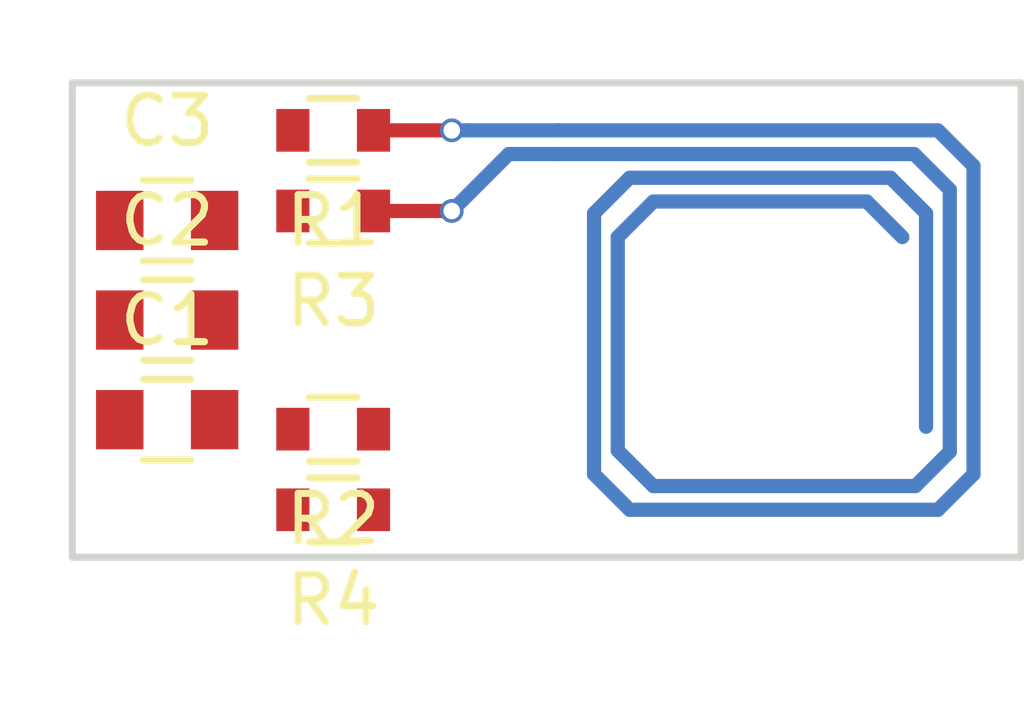
<source format=kicad_pcb>
(kicad_pcb (version 4) (host pcbnew 4.0.5-e0-6337~49~ubuntu16.04.1)

  (general
    (links 10)
    (no_connects 1)
    (area 0 0 0 0)
    (thickness 1.6)
    (drawings 6)
    (tracks 31)
    (zones 0)
    (modules 7)
    (nets 5)
  )

  (page A4)
  (layers
    (0 F.Cu signal)
    (31 B.Cu signal)
    (32 B.Adhes user)
    (33 F.Adhes user)
    (34 B.Paste user)
    (35 F.Paste user)
    (36 B.SilkS user)
    (37 F.SilkS user)
    (38 B.Mask user)
    (39 F.Mask user)
    (40 Dwgs.User user)
    (41 Cmts.User user)
    (42 Eco1.User user)
    (43 Eco2.User user)
    (44 Edge.Cuts user)
    (45 Margin user)
    (46 B.CrtYd user)
    (47 F.CrtYd user)
    (48 B.Fab user)
    (49 F.Fab user)
  )

  (setup
    (last_trace_width 0.3)
    (user_trace_width 0.3)
    (user_trace_width 0.4)
    (user_trace_width 0.6)
    (user_trace_width 0.8)
    (user_trace_width 1)
    (user_trace_width 1.5)
    (user_trace_width 2)
    (user_trace_width 2.5)
    (trace_clearance 0.2)
    (zone_clearance 0.508)
    (zone_45_only no)
    (trace_min 0.2)
    (segment_width 0.2)
    (edge_width 0.15)
    (via_size 0.6)
    (via_drill 0.4)
    (via_min_size 0.4)
    (via_min_drill 0.3)
    (user_via 0.5 0.35)
    (user_via 0.6 0.4)
    (user_via 0.8 0.6)
    (user_via 1 0.8)
    (uvia_size 0.3)
    (uvia_drill 0.1)
    (uvias_allowed no)
    (uvia_min_size 0.2)
    (uvia_min_drill 0.1)
    (pcb_text_width 0.3)
    (pcb_text_size 1.5 1.5)
    (mod_edge_width 0.15)
    (mod_text_size 1 1)
    (mod_text_width 0.15)
    (pad_size 1.524 1.524)
    (pad_drill 0.762)
    (pad_to_mask_clearance 0.2)
    (aux_axis_origin 0 0)
    (visible_elements FFFFFF7F)
    (pcbplotparams
      (layerselection 0x00030_80000001)
      (usegerberextensions false)
      (excludeedgelayer true)
      (linewidth 0.100000)
      (plotframeref false)
      (viasonmask false)
      (mode 1)
      (useauxorigin false)
      (hpglpennumber 1)
      (hpglpenspeed 20)
      (hpglpendiameter 15)
      (hpglpenoverlay 2)
      (psnegative false)
      (psa4output false)
      (plotreference true)
      (plotvalue true)
      (plotinvisibletext false)
      (padsonsilk false)
      (subtractmaskfromsilk false)
      (outputformat 1)
      (mirror false)
      (drillshape 1)
      (scaleselection 1)
      (outputdirectory ""))
  )

  (net 0 "")
  (net 1 "Net-(C1-Pad1)")
  (net 2 "Net-(C1-Pad2)")
  (net 3 /COIL1)
  (net 4 /COIL2)

  (net_class Default "This is the default net class."
    (clearance 0.2)
    (trace_width 0.25)
    (via_dia 0.6)
    (via_drill 0.4)
    (uvia_dia 0.3)
    (uvia_drill 0.1)
    (add_net /COIL1)
    (add_net /COIL2)
    (add_net "Net-(C1-Pad1)")
    (add_net "Net-(C1-Pad2)")
  )

  (module SquantorRcl:C_0805 (layer F.Cu) (tedit 5415D6EA) (tstamp 5898CBE1)
    (at 144.299236 88.404026)
    (descr "Capacitor SMD 0805, reflow soldering, AVX (see smccp.pdf)")
    (tags "capacitor 0805")
    (path /58973C36)
    (attr smd)
    (fp_text reference C1 (at 0 -2.1) (layer F.SilkS)
      (effects (font (size 1 1) (thickness 0.15)))
    )
    (fp_text value C (at -2.9 -0.2) (layer F.Fab)
      (effects (font (size 1 1) (thickness 0.15)))
    )
    (fp_line (start -1 0.625) (end -1 -0.625) (layer F.Fab) (width 0.15))
    (fp_line (start 1 0.625) (end -1 0.625) (layer F.Fab) (width 0.15))
    (fp_line (start 1 -0.625) (end 1 0.625) (layer F.Fab) (width 0.15))
    (fp_line (start -1 -0.625) (end 1 -0.625) (layer F.Fab) (width 0.15))
    (fp_line (start -1.8 -1) (end 1.8 -1) (layer F.CrtYd) (width 0.05))
    (fp_line (start -1.8 1) (end 1.8 1) (layer F.CrtYd) (width 0.05))
    (fp_line (start -1.8 -1) (end -1.8 1) (layer F.CrtYd) (width 0.05))
    (fp_line (start 1.8 -1) (end 1.8 1) (layer F.CrtYd) (width 0.05))
    (fp_line (start 0.5 -0.85) (end -0.5 -0.85) (layer F.SilkS) (width 0.15))
    (fp_line (start -0.5 0.85) (end 0.5 0.85) (layer F.SilkS) (width 0.15))
    (pad 1 smd rect (at -1 0) (size 1 1.25) (layers F.Cu F.Paste F.Mask)
      (net 1 "Net-(C1-Pad1)"))
    (pad 2 smd rect (at 1 0) (size 1 1.25) (layers F.Cu F.Paste F.Mask)
      (net 2 "Net-(C1-Pad2)"))
    (model Capacitors_SMD.3dshapes/C_0805.wrl
      (at (xyz 0 0 0))
      (scale (xyz 1 1 1))
      (rotate (xyz 0 0 0))
    )
  )

  (module SquantorRcl:C_0805 (layer F.Cu) (tedit 5415D6EA) (tstamp 5898CBF1)
    (at 144.299236 86.304026)
    (descr "Capacitor SMD 0805, reflow soldering, AVX (see smccp.pdf)")
    (tags "capacitor 0805")
    (path /58973E07)
    (attr smd)
    (fp_text reference C2 (at 0 -2.1) (layer F.SilkS)
      (effects (font (size 1 1) (thickness 0.15)))
    )
    (fp_text value C (at 4.4 5.3) (layer F.Fab)
      (effects (font (size 1 1) (thickness 0.15)))
    )
    (fp_line (start -1 0.625) (end -1 -0.625) (layer F.Fab) (width 0.15))
    (fp_line (start 1 0.625) (end -1 0.625) (layer F.Fab) (width 0.15))
    (fp_line (start 1 -0.625) (end 1 0.625) (layer F.Fab) (width 0.15))
    (fp_line (start -1 -0.625) (end 1 -0.625) (layer F.Fab) (width 0.15))
    (fp_line (start -1.8 -1) (end 1.8 -1) (layer F.CrtYd) (width 0.05))
    (fp_line (start -1.8 1) (end 1.8 1) (layer F.CrtYd) (width 0.05))
    (fp_line (start -1.8 -1) (end -1.8 1) (layer F.CrtYd) (width 0.05))
    (fp_line (start 1.8 -1) (end 1.8 1) (layer F.CrtYd) (width 0.05))
    (fp_line (start 0.5 -0.85) (end -0.5 -0.85) (layer F.SilkS) (width 0.15))
    (fp_line (start -0.5 0.85) (end 0.5 0.85) (layer F.SilkS) (width 0.15))
    (pad 1 smd rect (at -1 0) (size 1 1.25) (layers F.Cu F.Paste F.Mask)
      (net 1 "Net-(C1-Pad1)"))
    (pad 2 smd rect (at 1 0) (size 1 1.25) (layers F.Cu F.Paste F.Mask)
      (net 2 "Net-(C1-Pad2)"))
    (model Capacitors_SMD.3dshapes/C_0805.wrl
      (at (xyz 0 0 0))
      (scale (xyz 1 1 1))
      (rotate (xyz 0 0 0))
    )
  )

  (module SquantorRcl:C_0805 (layer F.Cu) (tedit 5415D6EA) (tstamp 5898CC01)
    (at 144.299236 84.204026)
    (descr "Capacitor SMD 0805, reflow soldering, AVX (see smccp.pdf)")
    (tags "capacitor 0805")
    (path /58973E62)
    (attr smd)
    (fp_text reference C3 (at 0 -2.1) (layer F.SilkS)
      (effects (font (size 1 1) (thickness 0.15)))
    )
    (fp_text value C (at 6 7.9) (layer F.Fab)
      (effects (font (size 1 1) (thickness 0.15)))
    )
    (fp_line (start -1 0.625) (end -1 -0.625) (layer F.Fab) (width 0.15))
    (fp_line (start 1 0.625) (end -1 0.625) (layer F.Fab) (width 0.15))
    (fp_line (start 1 -0.625) (end 1 0.625) (layer F.Fab) (width 0.15))
    (fp_line (start -1 -0.625) (end 1 -0.625) (layer F.Fab) (width 0.15))
    (fp_line (start -1.8 -1) (end 1.8 -1) (layer F.CrtYd) (width 0.05))
    (fp_line (start -1.8 1) (end 1.8 1) (layer F.CrtYd) (width 0.05))
    (fp_line (start -1.8 -1) (end -1.8 1) (layer F.CrtYd) (width 0.05))
    (fp_line (start 1.8 -1) (end 1.8 1) (layer F.CrtYd) (width 0.05))
    (fp_line (start 0.5 -0.85) (end -0.5 -0.85) (layer F.SilkS) (width 0.15))
    (fp_line (start -0.5 0.85) (end 0.5 0.85) (layer F.SilkS) (width 0.15))
    (pad 1 smd rect (at -1 0) (size 1 1.25) (layers F.Cu F.Paste F.Mask)
      (net 1 "Net-(C1-Pad1)"))
    (pad 2 smd rect (at 1 0) (size 1 1.25) (layers F.Cu F.Paste F.Mask)
      (net 2 "Net-(C1-Pad2)"))
    (model Capacitors_SMD.3dshapes/C_0805.wrl
      (at (xyz 0 0 0))
      (scale (xyz 1 1 1))
      (rotate (xyz 0 0 0))
    )
  )

  (module SquantorRcl:R_0603_hand (layer F.Cu) (tedit 587552B0) (tstamp 5898CC11)
    (at 147.799236 82.304026 180)
    (descr "Resistor SMD 0603, reflow soldering, Vishay (see dcrcw.pdf)")
    (tags "resistor 0603")
    (path /58973BA5)
    (attr smd)
    (fp_text reference R1 (at 0 -1.9 180) (layer F.SilkS)
      (effects (font (size 1 1) (thickness 0.15)))
    )
    (fp_text value 0 (at 0 1.9 180) (layer F.Fab)
      (effects (font (size 1 1) (thickness 0.15)))
    )
    (fp_line (start -0.8 0.4) (end -0.8 -0.4) (layer F.Fab) (width 0.1))
    (fp_line (start 0.8 0.4) (end -0.8 0.4) (layer F.Fab) (width 0.1))
    (fp_line (start 0.8 -0.4) (end 0.8 0.4) (layer F.Fab) (width 0.1))
    (fp_line (start -0.8 -0.4) (end 0.8 -0.4) (layer F.Fab) (width 0.1))
    (fp_line (start -1.5 -0.8) (end 1.5 -0.8) (layer F.CrtYd) (width 0.05))
    (fp_line (start -1.5 0.8) (end 1.5 0.8) (layer F.CrtYd) (width 0.05))
    (fp_line (start -1.5 -0.8) (end -1.5 0.8) (layer F.CrtYd) (width 0.05))
    (fp_line (start 1.5 -0.8) (end 1.5 0.8) (layer F.CrtYd) (width 0.05))
    (fp_line (start 0.5 0.675) (end -0.5 0.675) (layer F.SilkS) (width 0.15))
    (fp_line (start -0.5 -0.675) (end 0.5 -0.675) (layer F.SilkS) (width 0.15))
    (pad 1 smd rect (at -0.85 0 180) (size 0.7 0.9) (layers F.Cu F.Paste F.Mask)
      (net 3 /COIL1))
    (pad 2 smd rect (at 0.85 0 180) (size 0.7 0.9) (layers F.Cu F.Paste F.Mask)
      (net 2 "Net-(C1-Pad2)"))
    (model Resistors_SMD.3dshapes/R_0603.wrl
      (at (xyz 0 0 0))
      (scale (xyz 1 1 1))
      (rotate (xyz 0 0 0))
    )
  )

  (module SquantorRcl:R_0603_hand (layer F.Cu) (tedit 587552B0) (tstamp 5898CC21)
    (at 147.799236 88.604026 180)
    (descr "Resistor SMD 0603, reflow soldering, Vishay (see dcrcw.pdf)")
    (tags "resistor 0603")
    (path /58973BD4)
    (attr smd)
    (fp_text reference R2 (at 0 -1.9 180) (layer F.SilkS)
      (effects (font (size 1 1) (thickness 0.15)))
    )
    (fp_text value 0 (at 0 1.9 180) (layer F.Fab)
      (effects (font (size 1 1) (thickness 0.15)))
    )
    (fp_line (start -0.8 0.4) (end -0.8 -0.4) (layer F.Fab) (width 0.1))
    (fp_line (start 0.8 0.4) (end -0.8 0.4) (layer F.Fab) (width 0.1))
    (fp_line (start 0.8 -0.4) (end 0.8 0.4) (layer F.Fab) (width 0.1))
    (fp_line (start -0.8 -0.4) (end 0.8 -0.4) (layer F.Fab) (width 0.1))
    (fp_line (start -1.5 -0.8) (end 1.5 -0.8) (layer F.CrtYd) (width 0.05))
    (fp_line (start -1.5 0.8) (end 1.5 0.8) (layer F.CrtYd) (width 0.05))
    (fp_line (start -1.5 -0.8) (end -1.5 0.8) (layer F.CrtYd) (width 0.05))
    (fp_line (start 1.5 -0.8) (end 1.5 0.8) (layer F.CrtYd) (width 0.05))
    (fp_line (start 0.5 0.675) (end -0.5 0.675) (layer F.SilkS) (width 0.15))
    (fp_line (start -0.5 -0.675) (end 0.5 -0.675) (layer F.SilkS) (width 0.15))
    (pad 1 smd rect (at -0.85 0 180) (size 0.7 0.9) (layers F.Cu F.Paste F.Mask)
      (net 3 /COIL1))
    (pad 2 smd rect (at 0.85 0 180) (size 0.7 0.9) (layers F.Cu F.Paste F.Mask)
      (net 1 "Net-(C1-Pad1)"))
    (model Resistors_SMD.3dshapes/R_0603.wrl
      (at (xyz 0 0 0))
      (scale (xyz 1 1 1))
      (rotate (xyz 0 0 0))
    )
  )

  (module SquantorRcl:R_0603_hand (layer F.Cu) (tedit 587552B0) (tstamp 5898CC31)
    (at 147.799236 84.004026 180)
    (descr "Resistor SMD 0603, reflow soldering, Vishay (see dcrcw.pdf)")
    (tags "resistor 0603")
    (path /58973BED)
    (attr smd)
    (fp_text reference R3 (at 0 -1.9 180) (layer F.SilkS)
      (effects (font (size 1 1) (thickness 0.15)))
    )
    (fp_text value 0 (at 0 1.9 180) (layer F.Fab)
      (effects (font (size 1 1) (thickness 0.15)))
    )
    (fp_line (start -0.8 0.4) (end -0.8 -0.4) (layer F.Fab) (width 0.1))
    (fp_line (start 0.8 0.4) (end -0.8 0.4) (layer F.Fab) (width 0.1))
    (fp_line (start 0.8 -0.4) (end 0.8 0.4) (layer F.Fab) (width 0.1))
    (fp_line (start -0.8 -0.4) (end 0.8 -0.4) (layer F.Fab) (width 0.1))
    (fp_line (start -1.5 -0.8) (end 1.5 -0.8) (layer F.CrtYd) (width 0.05))
    (fp_line (start -1.5 0.8) (end 1.5 0.8) (layer F.CrtYd) (width 0.05))
    (fp_line (start -1.5 -0.8) (end -1.5 0.8) (layer F.CrtYd) (width 0.05))
    (fp_line (start 1.5 -0.8) (end 1.5 0.8) (layer F.CrtYd) (width 0.05))
    (fp_line (start 0.5 0.675) (end -0.5 0.675) (layer F.SilkS) (width 0.15))
    (fp_line (start -0.5 -0.675) (end 0.5 -0.675) (layer F.SilkS) (width 0.15))
    (pad 1 smd rect (at -0.85 0 180) (size 0.7 0.9) (layers F.Cu F.Paste F.Mask)
      (net 4 /COIL2))
    (pad 2 smd rect (at 0.85 0 180) (size 0.7 0.9) (layers F.Cu F.Paste F.Mask)
      (net 2 "Net-(C1-Pad2)"))
    (model Resistors_SMD.3dshapes/R_0603.wrl
      (at (xyz 0 0 0))
      (scale (xyz 1 1 1))
      (rotate (xyz 0 0 0))
    )
  )

  (module SquantorRcl:R_0603_hand (layer F.Cu) (tedit 587552B0) (tstamp 5898CC41)
    (at 147.799236 90.304026 180)
    (descr "Resistor SMD 0603, reflow soldering, Vishay (see dcrcw.pdf)")
    (tags "resistor 0603")
    (path /58973C0C)
    (attr smd)
    (fp_text reference R4 (at 0 -1.9 180) (layer F.SilkS)
      (effects (font (size 1 1) (thickness 0.15)))
    )
    (fp_text value 0 (at -0.1 -3.2 180) (layer F.Fab)
      (effects (font (size 1 1) (thickness 0.15)))
    )
    (fp_line (start -0.8 0.4) (end -0.8 -0.4) (layer F.Fab) (width 0.1))
    (fp_line (start 0.8 0.4) (end -0.8 0.4) (layer F.Fab) (width 0.1))
    (fp_line (start 0.8 -0.4) (end 0.8 0.4) (layer F.Fab) (width 0.1))
    (fp_line (start -0.8 -0.4) (end 0.8 -0.4) (layer F.Fab) (width 0.1))
    (fp_line (start -1.5 -0.8) (end 1.5 -0.8) (layer F.CrtYd) (width 0.05))
    (fp_line (start -1.5 0.8) (end 1.5 0.8) (layer F.CrtYd) (width 0.05))
    (fp_line (start -1.5 -0.8) (end -1.5 0.8) (layer F.CrtYd) (width 0.05))
    (fp_line (start 1.5 -0.8) (end 1.5 0.8) (layer F.CrtYd) (width 0.05))
    (fp_line (start 0.5 0.675) (end -0.5 0.675) (layer F.SilkS) (width 0.15))
    (fp_line (start -0.5 -0.675) (end 0.5 -0.675) (layer F.SilkS) (width 0.15))
    (pad 1 smd rect (at -0.85 0 180) (size 0.7 0.9) (layers F.Cu F.Paste F.Mask)
      (net 4 /COIL2))
    (pad 2 smd rect (at 0.85 0 180) (size 0.7 0.9) (layers F.Cu F.Paste F.Mask)
      (net 1 "Net-(C1-Pad1)"))
    (model Resistors_SMD.3dshapes/R_0603.wrl
      (at (xyz 0 0 0))
      (scale (xyz 1 1 1))
      (rotate (xyz 0 0 0))
    )
  )

  (gr_line (start 152.299236 81.304026) (end 152.299236 91.304026) (layer F.Fab) (width 0.2))
  (gr_line (start 142.299236 81.304026) (end 152.299236 81.304026) (layer Edge.Cuts) (width 0.15))
  (gr_line (start 142.299236 91.304026) (end 142.299236 81.304026) (layer Edge.Cuts) (width 0.15))
  (gr_line (start 162.299236 91.304026) (end 142.299236 91.304026) (layer Edge.Cuts) (width 0.15))
  (gr_line (start 162.299236 81.304026) (end 162.299236 91.304026) (layer Edge.Cuts) (width 0.15))
  (gr_line (start 152.299236 81.304026) (end 162.299236 81.304026) (layer Edge.Cuts) (width 0.15))

  (segment (start 160.299236 84.054026) (end 160.299236 88.554026) (width 0.3) (layer B.Cu) (net 3))
  (segment (start 159.549256 83.304046) (end 160.299236 84.054026) (width 0.3) (layer B.Cu) (net 3))
  (segment (start 154.049216 83.304046) (end 159.549256 83.304046) (width 0.3) (layer B.Cu) (net 3))
  (segment (start 153.299236 84.054026) (end 154.049216 83.304046) (width 0.3) (layer B.Cu) (net 3))
  (segment (start 153.299236 89.554026) (end 153.299236 84.054026) (width 0.3) (layer B.Cu) (net 3))
  (segment (start 154.049236 90.304026) (end 153.299236 89.554026) (width 0.3) (layer B.Cu) (net 3))
  (segment (start 160.549236 90.304026) (end 154.049236 90.304026) (width 0.3) (layer B.Cu) (net 3))
  (segment (start 161.299236 89.554026) (end 160.549236 90.304026) (width 0.3) (layer B.Cu) (net 3))
  (segment (start 161.299236 83.054026) (end 161.299236 89.554026) (width 0.3) (layer B.Cu) (net 3))
  (segment (start 160.549236 82.304026) (end 161.299236 83.054026) (width 0.3) (layer B.Cu) (net 3))
  (segment (start 152.549236 82.304026) (end 160.549236 82.304026) (width 0.3) (layer B.Cu) (net 3))
  (segment (start 150.652789 82.304026) (end 152.549236 82.304026) (width 0.3) (layer B.Cu) (net 3))
  (segment (start 150.299236 82.304026) (end 150.652789 82.304026) (width 0.3) (layer B.Cu) (net 3))
  (segment (start 148.649236 82.304026) (end 150.299236 82.304026) (width 0.3) (layer F.Cu) (net 3))
  (via (at 150.299236 82.304026) (size 0.5) (drill 0.35) (layers F.Cu B.Cu) (net 3))
  (segment (start 159.049266 83.804056) (end 159.799236 84.554026) (width 0.3) (layer B.Cu) (net 4))
  (segment (start 154.549206 83.804056) (end 159.049266 83.804056) (width 0.3) (layer B.Cu) (net 4))
  (segment (start 153.799236 89.054026) (end 153.799236 84.554026) (width 0.3) (layer B.Cu) (net 4))
  (segment (start 153.799236 84.554026) (end 154.549206 83.804056) (width 0.3) (layer B.Cu) (net 4))
  (segment (start 154.549236 89.804026) (end 153.799236 89.054026) (width 0.3) (layer B.Cu) (net 4))
  (segment (start 160.074236 89.804026) (end 154.549236 89.804026) (width 0.3) (layer B.Cu) (net 4))
  (segment (start 160.799236 89.054026) (end 160.799236 89.079026) (width 0.3) (layer B.Cu) (net 4))
  (segment (start 160.799236 89.079026) (end 160.074236 89.804026) (width 0.3) (layer B.Cu) (net 4))
  (segment (start 160.799236 83.554026) (end 160.799236 89.054026) (width 0.3) (layer B.Cu) (net 4))
  (segment (start 160.049246 82.804036) (end 160.799236 83.554026) (width 0.3) (layer B.Cu) (net 4))
  (segment (start 152.549226 82.804036) (end 160.049246 82.804036) (width 0.3) (layer B.Cu) (net 4))
  (segment (start 150.299236 84.004026) (end 151.499226 82.804036) (width 0.3) (layer B.Cu) (net 4))
  (segment (start 151.499226 82.804036) (end 152.549226 82.804036) (width 0.3) (layer B.Cu) (net 4))
  (segment (start 149.599236 84.004026) (end 150.299236 84.004026) (width 0.3) (layer F.Cu) (net 4))
  (via (at 150.299236 84.004026) (size 0.5) (drill 0.35) (layers F.Cu B.Cu) (net 4))
  (segment (start 148.649236 84.004026) (end 149.599236 84.004026) (width 0.3) (layer F.Cu) (net 4))

)

</source>
